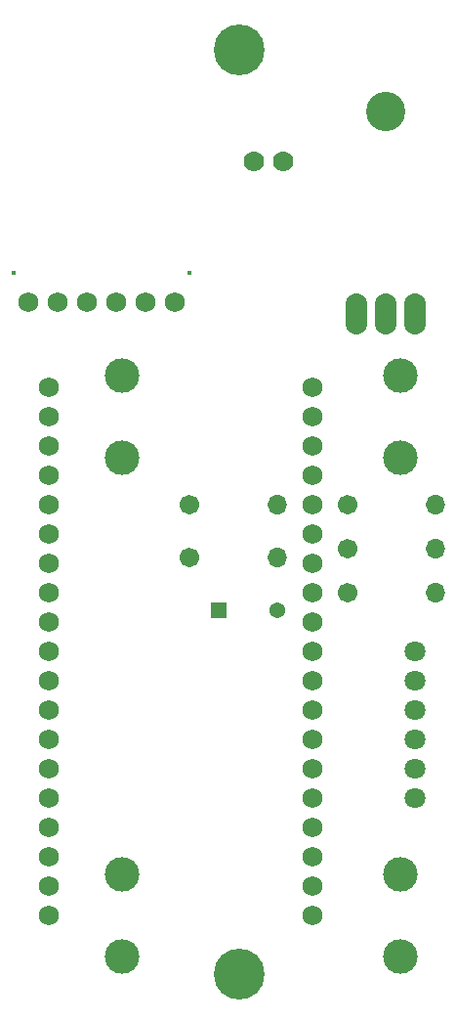
<source format=gts>
G04 #@! TF.GenerationSoftware,KiCad,Pcbnew,(5.1.10-1-10_14)*
G04 #@! TF.CreationDate,2021-09-07T21:53:28-06:00*
G04 #@! TF.ProjectId,soil_moisture_0.5,736f696c-5f6d-46f6-9973-747572655f30,0.5*
G04 #@! TF.SameCoordinates,Original*
G04 #@! TF.FileFunction,Soldermask,Top*
G04 #@! TF.FilePolarity,Negative*
%FSLAX46Y46*%
G04 Gerber Fmt 4.6, Leading zero omitted, Abs format (unit mm)*
G04 Created by KiCad (PCBNEW (5.1.10-1-10_14)) date 2021-09-07 21:53:28*
%MOMM*%
%LPD*%
G01*
G04 APERTURE LIST*
%ADD10C,0.100000*%
%ADD11C,4.401600*%
%ADD12C,1.778000*%
%ADD13C,1.727200*%
%ADD14C,0.451600*%
%ADD15C,2.984500*%
%ADD16C,3.403600*%
%ADD17O,1.879600X3.556000*%
%ADD18C,1.803400*%
%ADD19O,1.701600X1.701600*%
%ADD20C,1.701600*%
%ADD21C,1.371600*%
G04 APERTURE END LIST*
D10*
G36*
X161340800Y-73964800D02*
G01*
X161074960Y-73946122D01*
X160817871Y-73875940D01*
X160579415Y-73756951D01*
X160368753Y-73593728D01*
X160193983Y-73392543D01*
X160061820Y-73161128D01*
X159943800Y-72644000D01*
X159980065Y-72377390D01*
X160067647Y-72122978D01*
X160203179Y-71890541D01*
X160381453Y-71689011D01*
X160595619Y-71526133D01*
X160837444Y-71408167D01*
X161366200Y-71323200D01*
X161366199Y-71323200D01*
X161618431Y-71353046D01*
X161859994Y-71431527D01*
X162081604Y-71555626D01*
X162274746Y-71720574D01*
X162431996Y-71920034D01*
X162547313Y-72146338D01*
X162636200Y-72644000D01*
X162613543Y-72899442D01*
X162541487Y-73145555D01*
X162422801Y-73372882D01*
X162262047Y-73572686D01*
X162065401Y-73737290D01*
X161840421Y-73860367D01*
X161340800Y-73964800D01*
G37*
G36*
X161340800Y-124256800D02*
G01*
X161074960Y-124238122D01*
X160817871Y-124167940D01*
X160579415Y-124048951D01*
X160368753Y-123885728D01*
X160193983Y-123684543D01*
X160061820Y-123453128D01*
X159943800Y-122936000D01*
X159980065Y-122669390D01*
X160067647Y-122414978D01*
X160203179Y-122182541D01*
X160381453Y-121981011D01*
X160595619Y-121818133D01*
X160837444Y-121700167D01*
X161366200Y-121615200D01*
X161366199Y-121615200D01*
X161618431Y-121645046D01*
X161859994Y-121723527D01*
X162081604Y-121847626D01*
X162274746Y-122012574D01*
X162431996Y-122212034D01*
X162547313Y-122438338D01*
X162636200Y-122936000D01*
X162613543Y-123191442D01*
X162541487Y-123437555D01*
X162422801Y-123664882D01*
X162262047Y-123864686D01*
X162065401Y-124029290D01*
X161840421Y-124152367D01*
X161340800Y-124256800D01*
G37*
G36*
X161340800Y-81076800D02*
G01*
X161074960Y-81058122D01*
X160817871Y-80987940D01*
X160579415Y-80868951D01*
X160368753Y-80705728D01*
X160193983Y-80504543D01*
X160061820Y-80273128D01*
X159943800Y-79756000D01*
X159980065Y-79489390D01*
X160067647Y-79234978D01*
X160203179Y-79002541D01*
X160381453Y-78801011D01*
X160595619Y-78638133D01*
X160837444Y-78520167D01*
X161366200Y-78435200D01*
X161366199Y-78435200D01*
X161618431Y-78465046D01*
X161859994Y-78543527D01*
X162081604Y-78667626D01*
X162274746Y-78832574D01*
X162431996Y-79032034D01*
X162547313Y-79258338D01*
X162636200Y-79756000D01*
X162613543Y-80011442D01*
X162541487Y-80257555D01*
X162422801Y-80484882D01*
X162262047Y-80684686D01*
X162065401Y-80849290D01*
X161840421Y-80972367D01*
X161340800Y-81076800D01*
G37*
G36*
X161340800Y-117144800D02*
G01*
X161074960Y-117126122D01*
X160817871Y-117055940D01*
X160579415Y-116936951D01*
X160368753Y-116773728D01*
X160193983Y-116572543D01*
X160061820Y-116341128D01*
X159943800Y-115824000D01*
X159980065Y-115557390D01*
X160067647Y-115302978D01*
X160203179Y-115070541D01*
X160381453Y-114869011D01*
X160595619Y-114706133D01*
X160837444Y-114588167D01*
X161366200Y-114503200D01*
X161366199Y-114503200D01*
X161618431Y-114533046D01*
X161859994Y-114611527D01*
X162081604Y-114735626D01*
X162274746Y-114900574D01*
X162431996Y-115100034D01*
X162547313Y-115326338D01*
X162636200Y-115824000D01*
X162613543Y-116079442D01*
X162541487Y-116325555D01*
X162422801Y-116552882D01*
X162262047Y-116752686D01*
X162065401Y-116917290D01*
X161840421Y-117040367D01*
X161340800Y-117144800D01*
G37*
G36*
X137210800Y-117144800D02*
G01*
X136944960Y-117126122D01*
X136687871Y-117055940D01*
X136449415Y-116936951D01*
X136238753Y-116773728D01*
X136063983Y-116572543D01*
X135931820Y-116341128D01*
X135813800Y-115824000D01*
X135850065Y-115557390D01*
X135937647Y-115302978D01*
X136073179Y-115070541D01*
X136251453Y-114869011D01*
X136465619Y-114706133D01*
X136707444Y-114588167D01*
X137236200Y-114503200D01*
X137236199Y-114503200D01*
X137488431Y-114533046D01*
X137729994Y-114611527D01*
X137951604Y-114735626D01*
X138144746Y-114900574D01*
X138301996Y-115100034D01*
X138417313Y-115326338D01*
X138506200Y-115824000D01*
X138483543Y-116079442D01*
X138411487Y-116325555D01*
X138292801Y-116552882D01*
X138132047Y-116752686D01*
X137935401Y-116917290D01*
X137710421Y-117040367D01*
X137210800Y-117144800D01*
G37*
G36*
X137210800Y-81076800D02*
G01*
X136944960Y-81058122D01*
X136687871Y-80987940D01*
X136449415Y-80868951D01*
X136238753Y-80705728D01*
X136063983Y-80504543D01*
X135931820Y-80273128D01*
X135813800Y-79756000D01*
X135850065Y-79489390D01*
X135937647Y-79234978D01*
X136073179Y-79002541D01*
X136251453Y-78801011D01*
X136465619Y-78638133D01*
X136707444Y-78520167D01*
X137236200Y-78435200D01*
X137236199Y-78435200D01*
X137488431Y-78465046D01*
X137729994Y-78543527D01*
X137951604Y-78667626D01*
X138144746Y-78832574D01*
X138301996Y-79032034D01*
X138417313Y-79258338D01*
X138506200Y-79756000D01*
X138483543Y-80011442D01*
X138411487Y-80257555D01*
X138292801Y-80484882D01*
X138132047Y-80684686D01*
X137935401Y-80849290D01*
X137710421Y-80972367D01*
X137210800Y-81076800D01*
G37*
G36*
X137210800Y-124256800D02*
G01*
X136944960Y-124238122D01*
X136687871Y-124167940D01*
X136449415Y-124048951D01*
X136238753Y-123885728D01*
X136063983Y-123684543D01*
X135931820Y-123453128D01*
X135813800Y-122936000D01*
X135850065Y-122669390D01*
X135937647Y-122414978D01*
X136073179Y-122182541D01*
X136251453Y-121981011D01*
X136465619Y-121818133D01*
X136707444Y-121700167D01*
X137236200Y-121615200D01*
X137236199Y-121615200D01*
X137488431Y-121645046D01*
X137729994Y-121723527D01*
X137951604Y-121847626D01*
X138144746Y-122012574D01*
X138301996Y-122212034D01*
X138417313Y-122438338D01*
X138506200Y-122936000D01*
X138483543Y-123191442D01*
X138411487Y-123437555D01*
X138292801Y-123664882D01*
X138132047Y-123864686D01*
X137935401Y-124029290D01*
X137710421Y-124152367D01*
X137210800Y-124256800D01*
G37*
G36*
X137210800Y-73964800D02*
G01*
X136944960Y-73946122D01*
X136687871Y-73875940D01*
X136449415Y-73756951D01*
X136238753Y-73593728D01*
X136063983Y-73392543D01*
X135931820Y-73161128D01*
X135813800Y-72644000D01*
X135850065Y-72377390D01*
X135937647Y-72122978D01*
X136073179Y-71890541D01*
X136251453Y-71689011D01*
X136465619Y-71526133D01*
X136707444Y-71408167D01*
X137236200Y-71323200D01*
X137236199Y-71323200D01*
X137488431Y-71353046D01*
X137729994Y-71431527D01*
X137951604Y-71555626D01*
X138144746Y-71720574D01*
X138301996Y-71920034D01*
X138417313Y-72146338D01*
X138506200Y-72644000D01*
X138483543Y-72899442D01*
X138411487Y-73145555D01*
X138292801Y-73372882D01*
X138132047Y-73572686D01*
X137935401Y-73737290D01*
X137710421Y-73860367D01*
X137210800Y-73964800D01*
G37*
D11*
X147320000Y-124460000D03*
X147320000Y-44450000D03*
D12*
X151130000Y-54102000D03*
X148590000Y-54102000D03*
D13*
X153670000Y-73660000D03*
X153670000Y-76200000D03*
X153670000Y-78740000D03*
X153670000Y-81280000D03*
X153670000Y-83820000D03*
X153670000Y-86360000D03*
X153670000Y-88900000D03*
X153670000Y-91440000D03*
X153670000Y-93980000D03*
X153670000Y-96520000D03*
X153670000Y-99060000D03*
X153670000Y-101600000D03*
X153670000Y-104140000D03*
X153670000Y-106680000D03*
X153670000Y-109220000D03*
X153670000Y-111760000D03*
X153670000Y-114300000D03*
X153670000Y-116840000D03*
X153670000Y-119380000D03*
X130810000Y-73660000D03*
X130810000Y-76200000D03*
X130810000Y-78740000D03*
X130810000Y-81280000D03*
X130810000Y-83820000D03*
X130810000Y-86360000D03*
X130810000Y-88900000D03*
X130810000Y-91440000D03*
X130810000Y-93980000D03*
X130810000Y-96520000D03*
X130810000Y-99060000D03*
X130810000Y-101600000D03*
X130810000Y-104140000D03*
X130810000Y-106680000D03*
X130810000Y-109220000D03*
X130810000Y-111760000D03*
X130810000Y-114300000D03*
X130810000Y-116840000D03*
X130810000Y-119380000D03*
X129032000Y-66294000D03*
X131572000Y-66294000D03*
X134112000Y-66294000D03*
X136652000Y-66294000D03*
X139192000Y-66294000D03*
X141732000Y-66294000D03*
D14*
X127762000Y-63754000D03*
X143002000Y-63754000D03*
D15*
X161290000Y-79756000D03*
X161290000Y-72644000D03*
X161290000Y-115824000D03*
X161290000Y-122936000D03*
X137160000Y-122936000D03*
X137160000Y-115824000D03*
X137160000Y-72644000D03*
X137160000Y-79756000D03*
D16*
X160020000Y-49784000D03*
D17*
X162560000Y-67310000D03*
X160020000Y-67310000D03*
X157480000Y-67310000D03*
D18*
X162560000Y-96520000D03*
X162560000Y-99060000D03*
X162560000Y-101600000D03*
X162560000Y-104140000D03*
X162560000Y-106680000D03*
X162560000Y-109220000D03*
D19*
X164338000Y-91440000D03*
D20*
X156718000Y-91440000D03*
X156718000Y-87630000D03*
D19*
X164338000Y-87630000D03*
D20*
X156718000Y-83820000D03*
D19*
X164338000Y-83820000D03*
G36*
G01*
X144856200Y-93599000D02*
X144856200Y-92329000D01*
G75*
G02*
X144907000Y-92278200I50800J0D01*
G01*
X146177000Y-92278200D01*
G75*
G02*
X146227800Y-92329000I0J-50800D01*
G01*
X146227800Y-93599000D01*
G75*
G02*
X146177000Y-93649800I-50800J0D01*
G01*
X144907000Y-93649800D01*
G75*
G02*
X144856200Y-93599000I0J50800D01*
G01*
G37*
D21*
X150622000Y-92964000D03*
D20*
X143002000Y-83820000D03*
D19*
X150622000Y-83820000D03*
X150622000Y-88392000D03*
D20*
X143002000Y-88392000D03*
M02*

</source>
